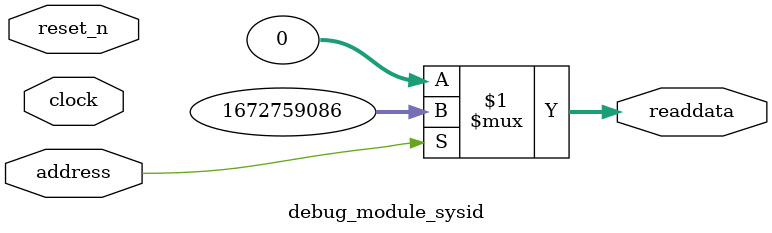
<source format=v>

`timescale 1ns / 1ps
// synthesis translate_on

// turn off superfluous verilog processor warnings 
// altera message_level Level1 
// altera message_off 10034 10035 10036 10037 10230 10240 10030 

module debug_module_sysid (
               // inputs:
                address,
                clock,
                reset_n,

               // outputs:
                readdata
             )
;

  output  [ 31: 0] readdata;
  input            address;
  input            clock;
  input            reset_n;

  wire    [ 31: 0] readdata;
  //control_slave, which is an e_avalon_slave
  assign readdata = address ? 1672759086 : 0;

endmodule




</source>
